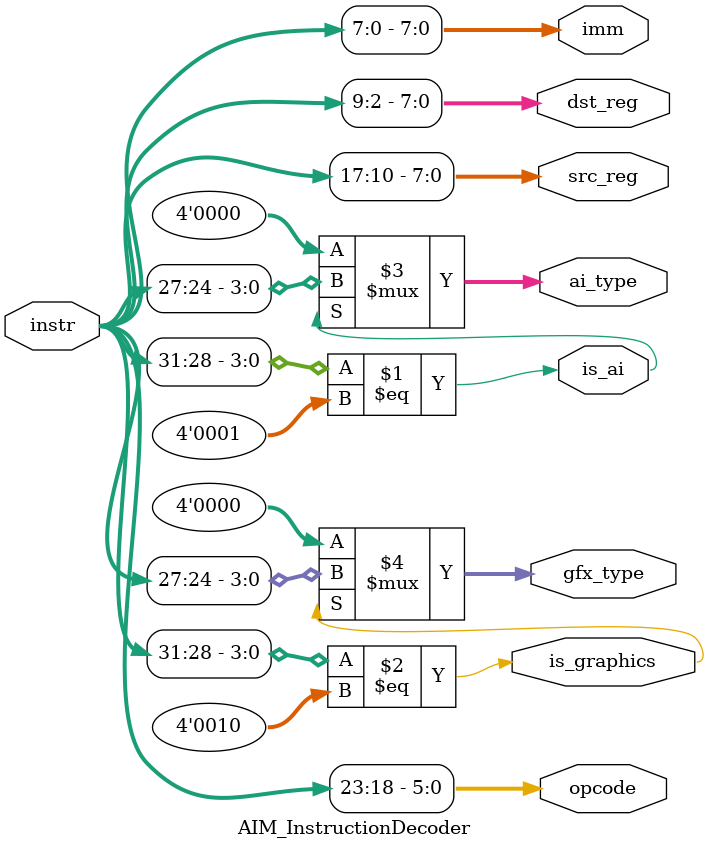
<source format=v>
module AIM_InstructionDecoder(
    input  [31:0] instr,
    output        is_ai,
    output        is_graphics,
    output [5:0]  opcode,
    output [3:0]  ai_type,
    output [3:0]  gfx_type,
    output [7:0]  src_reg,
    output [7:0]  dst_reg,
    output [7:0]  imm
);
    // Type (AI: 0001, GFX: 0010)
    assign is_ai       = (instr[31:28] == 4'b0001);
    assign is_graphics = (instr[31:28] == 4'b0010);

    assign ai_type  = is_ai       ? instr[27:24] : 4'b0;
    assign gfx_type = is_graphics ? instr[27:24] : 4'b0;
    assign opcode   = instr[23:18];

    // Example: src_reg = bits [17:10], dst_reg = [9:2], imm = [7:0]
    assign src_reg = instr[17:10];
    assign dst_reg = instr[9:2];
    assign imm     = instr[7:0];
endmodule
</source>
